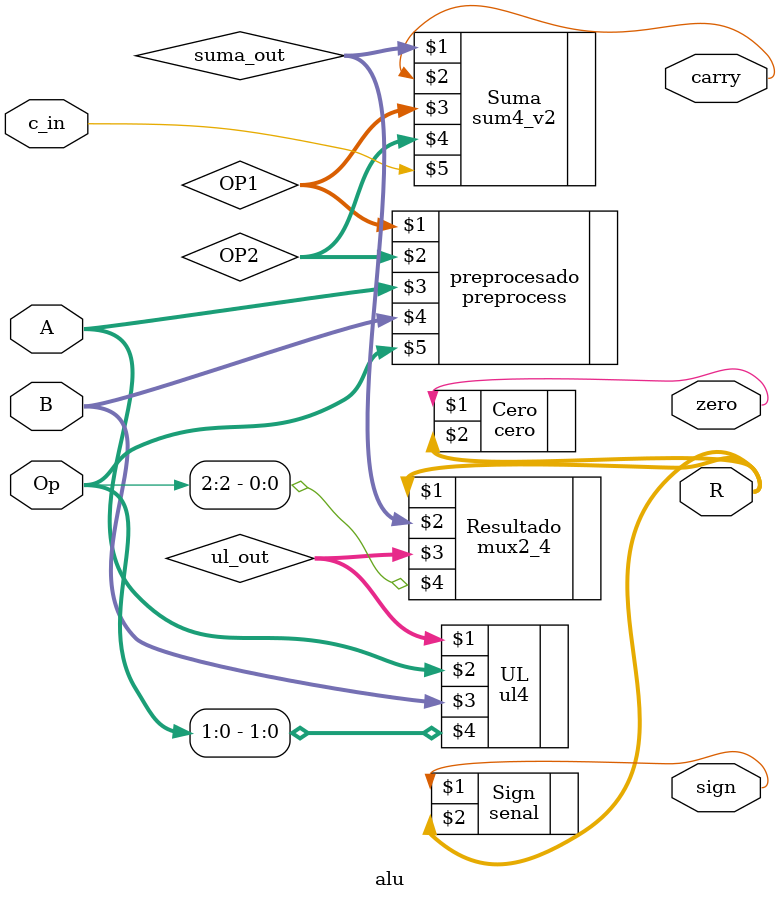
<source format=v>
module alu(output wire [3:0] R, output wire zero, carry, sign, input wire [3:0] A, B, input wire c_in, input wire [2:0] Op);

  wire [3:0] OP1, OP2, suma_out, ul_out; 
  preprocess preprocesado(OP1, OP2, A, B, Op);
  sum4_v2 Suma(suma_out, carry, OP1, OP2, c_in);
  ul4 UL(ul_out, A, B, Op[1:0]);
  mux2_4 Resultado(R, suma_out, ul_out, Op[2]);
  cero Cero(zero, R);
  senal Sign(sign, R);

endmodule
</source>
